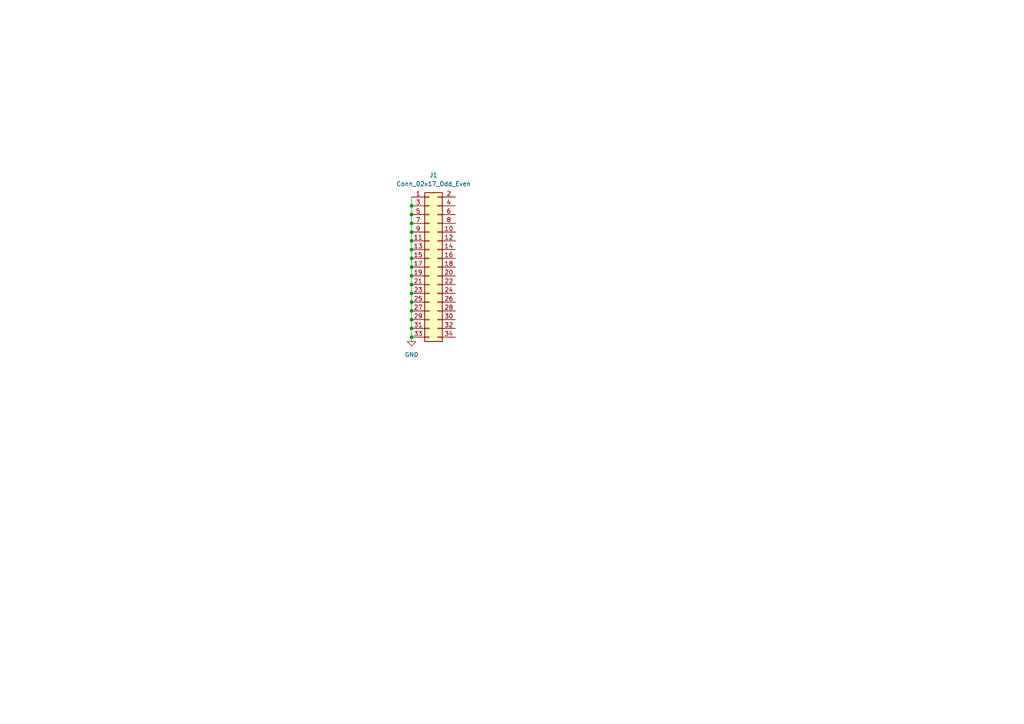
<source format=kicad_sch>
(kicad_sch (version 20230121) (generator eeschema)
  (paper "A4")
  (lib_symbols
    (symbol "Connector_Generic:Conn_02x17_Odd_Even" (pin_names (offset 1.016) hide)
      (property "Reference" "J" (at 1.27 22.86 0))
      (property "Value" "Conn_02x17_Odd_Even" (at 1.27 -22.86 0))
      (symbol "Conn_02x17_Odd_Even_1_1"
        (rectangle (start -1.27 -20.193) (end 0 -20.447) (stroke (width 0.1524)))
        (rectangle (start -1.27 -17.653) (end 0 -17.907) (stroke (width 0.1524)))
        (rectangle (start -1.27 -15.113) (end 0 -15.367) (stroke (width 0.1524)))
        (rectangle (start -1.27 -12.573) (end 0 -12.827) (stroke (width 0.1524)))
        (rectangle (start -1.27 -10.033) (end 0 -10.287) (stroke (width 0.1524)))
        (rectangle (start -1.27 -7.493) (end 0 -7.747) (stroke (width 0.1524)))
        (rectangle (start -1.27 -4.953) (end 0 -5.207) (stroke (width 0.1524)))
        (rectangle (start -1.27 -2.413) (end 0 -2.667) (stroke (width 0.1524)))
        (rectangle (start -1.27 0.127) (end 0 -0.127) (stroke (width 0.1524)))
        (rectangle (start -1.27 2.667) (end 0 2.413) (stroke (width 0.1524)))
        (rectangle (start -1.27 5.207) (end 0 4.953) (stroke (width 0.1524)))
        (rectangle (start -1.27 7.747) (end 0 7.493) (stroke (width 0.1524)))
        (rectangle (start -1.27 10.287) (end 0 10.033) (stroke (width 0.1524)))
        (rectangle (start -1.27 12.827) (end 0 12.573) (stroke (width 0.1524)))
        (rectangle (start -1.27 15.367) (end 0 15.113) (stroke (width 0.1524)))
        (rectangle (start -1.27 17.907) (end 0 17.653) (stroke (width 0.1524)))
        (rectangle (start -1.27 20.447) (end 0 20.193) (stroke (width 0.1524)))
        (rectangle (start -1.27 21.59) (end 3.81 -21.59) (stroke (width 0.254)) (fill (type background)))
        (rectangle (start 3.81 -20.193) (end 2.54 -20.447) (stroke (width 0.1524)))
        (rectangle (start 3.81 -17.653) (end 2.54 -17.907) (stroke (width 0.1524)))
        (rectangle (start 3.81 -15.113) (end 2.54 -15.367) (stroke (width 0.1524)))
        (rectangle (start 3.81 -12.573) (end 2.54 -12.827) (stroke (width 0.1524)))
        (rectangle (start 3.81 -10.033) (end 2.54 -10.287) (stroke (width 0.1524)))
        (rectangle (start 3.81 -7.493) (end 2.54 -7.747) (stroke (width 0.1524)))
        (rectangle (start 3.81 -4.953) (end 2.54 -5.207) (stroke (width 0.1524)))
        (rectangle (start 3.81 -2.413) (end 2.54 -2.667) (stroke (width 0.1524)))
        (rectangle (start 3.81 0.127) (end 2.54 -0.127) (stroke (width 0.1524)))
        (rectangle (start 3.81 2.667) (end 2.54 2.413) (stroke (width 0.1524)))
        (rectangle (start 3.81 5.207) (end 2.54 4.953) (stroke (width 0.1524)))
        (rectangle (start 3.81 7.747) (end 2.54 7.493) (stroke (width 0.1524)))
        (rectangle (start 3.81 10.287) (end 2.54 10.033) (stroke (width 0.1524)))
        (rectangle (start 3.81 12.827) (end 2.54 12.573) (stroke (width 0.1524)))
        (rectangle (start 3.81 15.367) (end 2.54 15.113) (stroke (width 0.1524)))
        (rectangle (start 3.81 17.907) (end 2.54 17.653) (stroke (width 0.1524)))
        (rectangle (start 3.81 20.447) (end 2.54 20.193) (stroke (width 0.1524)))
        (pin passive line (at -5.08 20.32 0) (length 3.81) (name "Pin_1") (number "1"))
        (pin passive line (at 7.62 10.16 180) (length 3.81) (name "Pin_10") (number "10"))
        (pin passive line (at -5.08 7.62 0) (length 3.81) (name "Pin_11") (number "11"))
        (pin passive line (at 7.62 7.62 180) (length 3.81) (name "Pin_12") (number "12"))
        (pin passive line (at -5.08 5.08 0) (length 3.81) (name "Pin_13") (number "13"))
        (pin passive line (at 7.62 5.08 180) (length 3.81) (name "Pin_14") (number "14"))
        (pin passive line (at -5.08 2.54 0) (length 3.81) (name "Pin_15") (number "15"))
        (pin passive line (at 7.62 2.54 180) (length 3.81) (name "Pin_16") (number "16"))
        (pin passive line (at -5.08 0 0) (length 3.81) (name "Pin_17") (number "17"))
        (pin passive line (at 7.62 0 180) (length 3.81) (name "Pin_18") (number "18"))
        (pin passive line (at -5.08 -2.54 0) (length 3.81) (name "Pin_19") (number "19"))
        (pin passive line (at 7.62 20.32 180) (length 3.81) (name "Pin_2") (number "2"))
        (pin passive line (at 7.62 -2.54 180) (length 3.81) (name "Pin_20") (number "20"))
        (pin passive line (at -5.08 -5.08 0) (length 3.81) (name "Pin_21") (number "21"))
        (pin passive line (at 7.62 -5.08 180) (length 3.81) (name "Pin_22") (number "22"))
        (pin passive line (at -5.08 -7.62 0) (length 3.81) (name "Pin_23") (number "23"))
        (pin passive line (at 7.62 -7.62 180) (length 3.81) (name "Pin_24") (number "24"))
        (pin passive line (at -5.08 -10.16 0) (length 3.81) (name "Pin_25") (number "25"))
        (pin passive line (at 7.62 -10.16 180) (length 3.81) (name "Pin_26") (number "26"))
        (pin passive line (at -5.08 -12.7 0) (length 3.81) (name "Pin_27") (number "27"))
        (pin passive line (at 7.62 -12.7 180) (length 3.81) (name "Pin_28") (number "28"))
        (pin passive line (at -5.08 -15.24 0) (length 3.81) (name "Pin_29") (number "29"))
        (pin passive line (at -5.08 17.78 0) (length 3.81) (name "Pin_3") (number "3"))
        (pin passive line (at 7.62 -15.24 180) (length 3.81) (name "Pin_30") (number "30"))
        (pin passive line (at -5.08 -17.78 0) (length 3.81) (name "Pin_31") (number "31"))
        (pin passive line (at 7.62 -17.78 180) (length 3.81) (name "Pin_32") (number "32"))
        (pin passive line (at -5.08 -20.32 0) (length 3.81) (name "Pin_33") (number "33"))
        (pin passive line (at 7.62 -20.32 180) (length 3.81) (name "Pin_34") (number "34"))
        (pin passive line (at 7.62 17.78 180) (length 3.81) (name "Pin_4") (number "4"))
        (pin passive line (at -5.08 15.24 0) (length 3.81) (name "Pin_5") (number "5"))
        (pin passive line (at 7.62 15.24 180) (length 3.81) (name "Pin_6") (number "6"))
        (pin passive line (at -5.08 12.7 0) (length 3.81) (name "Pin_7") (number "7"))
        (pin passive line (at 7.62 12.7 180) (length 3.81) (name "Pin_8") (number "8"))
        (pin passive line (at -5.08 10.16 0) (length 3.81) (name "Pin_9") (number "9"))
      )
    )
    (symbol "power:GND" (power) (pin_names (offset 0))
      (property "Value" "GND" (at 0 -3.81 0))
      (symbol "GND_0_1"
        (polyline (pts (xy 0 0) (xy 0 -1.27) (xy 1.27 -1.27) (xy 0 -2.54) (xy -1.27 -1.27) (xy 0 -1.27)))
      )
      (symbol "GND_1_1"
        (pin power_in line (at 0 0 270) (length 0) hide (name "GND") (number "1"))
      )
    )
  )
  (junction (at 119.38 62.23))
  (junction (at 119.38 67.31))
  (junction (at 119.38 82.55))
  (junction (at 119.38 64.77))
  (junction (at 119.38 72.39))
  (junction (at 119.38 74.93))
  (junction (at 119.38 59.69))
  (junction (at 119.38 95.25))
  (junction (at 119.38 92.71))
  (junction (at 119.38 87.63))
  (junction (at 119.38 80.01))
  (junction (at 119.38 69.85))
  (junction (at 119.38 77.47))
  (junction (at 119.38 97.79))
  (junction (at 119.38 90.17))
  (junction (at 119.38 85.09))
  (wire (pts (xy 119.38 69.85) (xy 119.38 72.39)))
  (wire (pts (xy 119.38 57.15) (xy 119.38 59.69)))
  (wire (pts (xy 119.38 67.31) (xy 119.38 69.85)))
  (wire (pts (xy 119.38 74.93) (xy 119.38 77.47)))
  (wire (pts (xy 119.38 85.09) (xy 119.38 87.63)))
  (wire (pts (xy 119.38 92.71) (xy 119.38 95.25)))
  (wire (pts (xy 119.38 59.69) (xy 119.38 62.23)))
  (wire (pts (xy 119.38 82.55) (xy 119.38 85.09)))
  (wire (pts (xy 119.38 90.17) (xy 119.38 92.71)))
  (wire (pts (xy 119.38 87.63) (xy 119.38 90.17)))
  (wire (pts (xy 119.38 72.39) (xy 119.38 74.93)))
  (wire (pts (xy 119.38 62.23) (xy 119.38 64.77)))
  (wire (pts (xy 119.38 77.47) (xy 119.38 80.01)))
  (wire (pts (xy 119.38 95.25) (xy 119.38 97.79)))
  (wire (pts (xy 119.38 64.77) (xy 119.38 67.31)))
  (wire (pts (xy 119.38 80.01) (xy 119.38 82.55)))
  (symbol (lib_id "power:GND") (at 119.38 97.79 0) (unit 1)
    (property "Reference" "#PWR01" (effects hide))
    (property "Value" "GND" (at 119.38 102.87 0))
  )
  (symbol (lib_id "Connector_Generic:Conn_02x17_Odd_Even") (at 124.46 77.47 0) (unit 1)
    (property "Reference" "J1" (at 125.73 50.8 0))
    (property "Value" "Conn_02x17_Odd_Even" (at 125.73 53.34 0))
    (property "Footprint" "Connector_PinHeader_2.54mm:PinHeader_2x17_P2.54mm_Vertical" (effects hide))
  )
)
</source>
